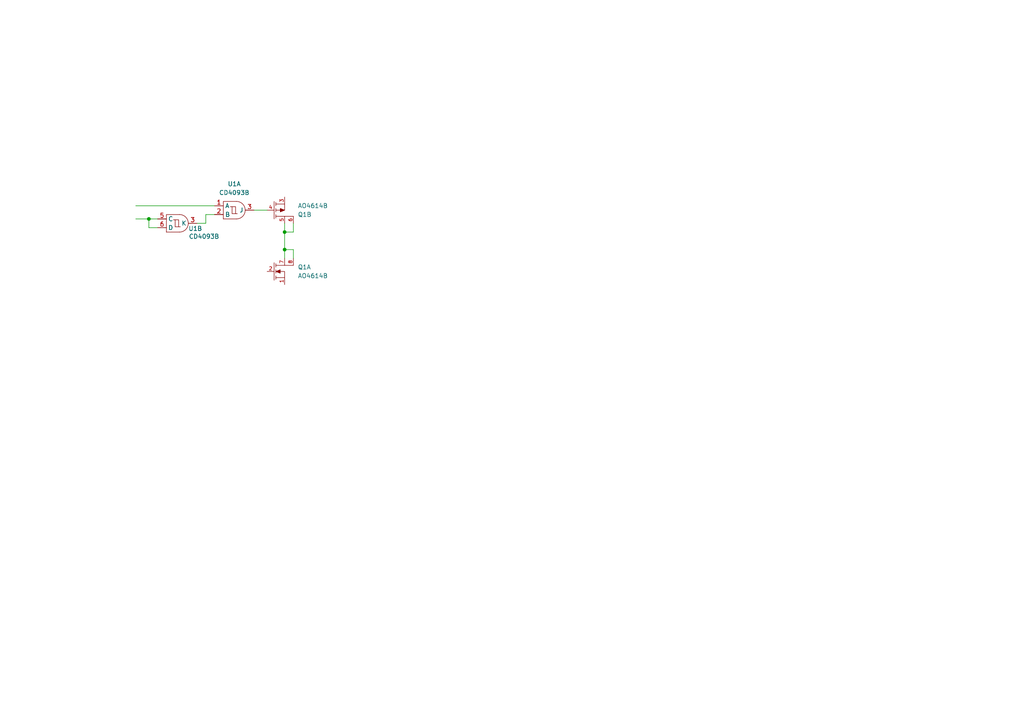
<source format=kicad_sch>
(kicad_sch (version 20231120) (generator "eeschema") (generator_version "8.0")
  (paper "A4")
  (lib_symbols
    (symbol "Logic_Gate:CD4093B" (in_bom no) (on_board no)
      (property "Reference" "U" (at 5.08 -1.778 0))
      (property "Value" "CD4093B" (at 8.636 -3.81 0))
      (symbol "CD4093B_1_1"
        (polyline (pts (xy -2.54 -2.54) (xy 1.27 -2.54)))
        (polyline (pts (xy -2.54 -2.54) (xy -2.54 2.54) (xy 1.27 2.54)))
        (polyline (pts (xy 0 1.016) (xy 0 -1.016) (xy 1.016 -1.016)))
        (polyline (pts (xy -0.508 1.016) (xy 1.016 1.016) (xy 1.016 -1.016) (xy 1.524 -1.016)))
        (arc (start 1.27 -2.54) (mid 3.0661 -1.7961) (end 3.81 0))
        (arc (start 3.81 0) (mid 3.0661 1.7961) (end 1.27 2.54))
        (pin input line (at -5.08 1.27 0) (length 2.54) (name "A") (number "1"))
        (pin input line (at -5.08 -1.27 0) (length 2.54) (name "B") (number "2"))
        (pin output line (at 6.35 0 180) (length 2.54) (name "J") (number "3"))
      )
      (symbol "CD4093B_2_1"
        (polyline (pts (xy -2.54 -2.54) (xy 1.27 -2.54)))
        (polyline (pts (xy -2.54 -2.54) (xy -2.54 2.54) (xy 1.27 2.54)))
        (polyline (pts (xy 0 1.016) (xy 0 -1.016) (xy 1.016 -1.016)))
        (polyline (pts (xy -0.508 1.016) (xy 1.016 1.016) (xy 1.016 -1.016) (xy 1.524 -1.016)))
        (arc (start 1.27 -2.54) (mid 3.0661 -1.7961) (end 3.81 0))
        (arc (start 3.81 0) (mid 3.0661 1.7961) (end 1.27 2.54))
        (pin output line (at 6.35 0 180) (length 2.54) (name "K") (number "3"))
        (pin input line (at -5.08 1.27 0) (length 2.54) (name "C") (number "5"))
        (pin input line (at -5.08 -1.27 0) (length 2.54) (name "D") (number "6"))
      )
      (symbol "CD4093B_3_1"
        (polyline (pts (xy -2.54 -2.54) (xy 1.27 -2.54)))
        (polyline (pts (xy -2.54 -2.54) (xy -2.54 2.54) (xy 1.27 2.54)))
        (polyline (pts (xy 0 1.016) (xy 0 -1.016) (xy 1.016 -1.016)))
        (polyline (pts (xy -0.508 1.016) (xy 1.016 1.016) (xy 1.016 -1.016) (xy 1.524 -1.016)))
        (arc (start 1.27 -2.54) (mid 3.0661 -1.7961) (end 3.81 0))
        (arc (start 3.81 0) (mid 3.0661 1.7961) (end 1.27 2.54))
        (pin output line (at 6.35 0 180) (length 2.54) (name "M") (number "11"))
        (pin input line (at -5.08 1.27 0) (length 2.54) (name "G") (number "12"))
        (pin input line (at -5.08 -1.27 0) (length 2.54) (name "H") (number "13"))
      )
      (symbol "CD4093B_4_1"
        (polyline (pts (xy -2.54 -2.54) (xy 1.27 -2.54)))
        (polyline (pts (xy -2.54 -2.54) (xy -2.54 2.54) (xy 1.27 2.54)))
        (polyline (pts (xy 0 1.016) (xy 0 -1.016) (xy 1.016 -1.016)))
        (polyline (pts (xy -0.508 1.016) (xy 1.016 1.016) (xy 1.016 -1.016) (xy 1.524 -1.016)))
        (arc (start 1.27 -2.54) (mid 3.0661 -1.7961) (end 3.81 0))
        (arc (start 3.81 0) (mid 3.0661 1.7961) (end 1.27 2.54))
        (pin input line (at -5.08 1.27 0) (length 2.54) (name "A") (number "1"))
        (pin input line (at -5.08 -1.27 0) (length 2.54) (name "B") (number "2"))
        (pin output line (at 6.35 0 180) (length 2.54) (name "J") (number "3"))
      )
      (symbol "CD4093B_5_1"
        (polyline (pts (xy -2.54 -2.54) (xy 1.27 -2.54)))
        (polyline (pts (xy -2.54 -2.54) (xy -2.54 2.54) (xy 1.27 2.54)))
        (arc (start 1.27 -2.54) (mid 3.0661 -1.7961) (end 3.81 0))
        (arc (start 3.81 0) (mid 3.0661 1.7961) (end 1.27 2.54))
        (pin power_in line (at 0 5.08 270) (length 2.54) (name "VDD") (number "14"))
        (pin power_in line (at 0 -5.08 90) (length 2.54) (name "VSS") (number "7"))
      )
    )
    (symbol "Mosfet:AO4614B" (pin_names hide)
      (property "Reference" "Q" (at 2.794 -0.254 0))
      (property "Value" "AO4614B" (at 6.604 -2.032 0))
      (symbol "AO4614B_0_1"
        (polyline (pts (xy -1.778 2.54) (xy -1.778 -2.54) (xy -1.778 -2.54)) (fill (type outline)))
        (polyline (pts (xy -1.27 -2.286) (xy -1.27 -1.27) (xy -1.27 -1.27)) (fill (type outline)))
        (polyline (pts (xy -1.27 -0.508) (xy -1.27 0.508) (xy -1.27 0.508)) (fill (type outline)))
        (polyline (pts (xy -1.27 1.27) (xy -1.27 2.286) (xy -1.27 2.286)) (fill (type outline)))
        (polyline (pts (xy -1.27 1.778) (xy 1.27 1.778) (xy 1.27 1.778)))
        (polyline (pts (xy -1.27 -1.778) (xy 1.27 -1.778) (xy 1.27 0) (xy -1.27 0) (xy 0 0)))
      )
      (symbol "AO4614B_1_1"
        (polyline (pts (xy 1.27 1.778) (xy 3.81 1.778)))
        (polyline (pts (xy 0 0) (xy 0 0.508) (xy -1.27 0) (xy 0 -0.508) (xy 0 0)) (fill (type outline)))
        (pin passive line (at 1.27 -3.81 90) (length 2.032) (name "S") (number "1"))
        (pin input line (at -3.81 0 0) (length 2.032) (name "G") (number "2"))
        (pin passive line (at 1.27 3.81 270) (length 2.032) (name "D") (number "7"))
        (pin passive line (at 3.81 3.81 270) (length 2.032) (name "D") (number "8"))
      )
      (symbol "AO4614B_2_1"
        (polyline (pts (xy 1.27 1.778) (xy 3.81 1.778)))
        (polyline (pts (xy 0 0) (xy 0 -0.508) (xy 1.27 0) (xy 0 0.508) (xy 0 0)) (fill (type outline)))
        (pin passive line (at 1.27 -3.81 90) (length 2.032) (name "S") (number "3"))
        (pin input line (at -3.81 0 0) (length 2.032) (name "G") (number "4"))
        (pin passive line (at 1.27 3.81 270) (length 2.032) (name "D") (number "5"))
        (pin passive line (at 3.81 3.81 270) (length 2.032) (name "D") (number "6"))
      )
    )
  )
  (junction (at 82.55 72.39))
  (junction (at 43.18 63.5))
  (junction (at 82.55 67.31))
  (wire (pts (xy 57.15 64.77) (xy 59.69 64.77)))
  (wire (pts (xy 43.18 66.04) (xy 45.72 66.04)))
  (wire (pts (xy 39.37 59.69) (xy 62.23 59.69)))
  (wire (pts (xy 82.55 72.39) (xy 82.55 74.93)))
  (wire (pts (xy 59.69 62.23) (xy 62.23 62.23)))
  (wire (pts (xy 82.55 64.77) (xy 82.55 67.31)))
  (wire (pts (xy 43.18 63.5) (xy 43.18 66.04)))
  (wire (pts (xy 82.55 67.31) (xy 82.55 72.39)))
  (wire (pts (xy 85.09 67.31) (xy 82.55 67.31)))
  (wire (pts (xy 59.69 64.77) (xy 59.69 62.23)))
  (wire (pts (xy 73.66 60.96) (xy 77.47 60.96)))
  (wire (pts (xy 45.72 63.5) (xy 43.18 63.5)))
  (wire (pts (xy 85.09 64.77) (xy 85.09 67.31)))
  (wire (pts (xy 85.09 74.93) (xy 85.09 72.39)))
  (wire (pts (xy 39.37 63.5) (xy 43.18 63.5)))
  (wire (pts (xy 85.09 72.39) (xy 82.55 72.39)))
  (symbol (lib_id "Logic_Gate:CD4093B") (at 50.8 64.77 0) (unit 2) (in_bom no) (on_board no)
    (property "Reference" "U1" (at 56.642 66.294 0))
    (property "Value" "CD4093B" (at 59.182 68.58 0))
    (property "Datasheet" "https://www.ti.com/lit/gpn/CD4093B" (effects (hide yes)))
    (property "Description" "20V Vdd, CMOS, Quad 2-input NAND Schmitt Triggers, SOP-14/DIP-14" (effects (hide yes)))
  )
  (symbol (lib_id "Mosfet:AO4614B") (at 81.28 78.74 0) (unit 1)
    (property "Reference" "Q1" (at 86.36 77.4699 0) (effects (justify left)))
    (property "Value" "AO4614B" (at 86.36 80.0099 0) (effects (justify left)))
    (property "Datasheet" "https://www.aosmd.com/sites/default/files/res/datasheets/AO4614B.pdf" (effects (hide yes)))
    (property "Description" "Complementary Enhancement, 40V Dual P+N-Channel MOSFET, SOIC-8" (effects (hide yes)))
  )
  (symbol (lib_id "Mosfet:AO4614B") (at 81.28 60.96 0) (mirror x) (unit 2)
    (property "Reference" "Q1" (at 86.36 62.2301 0) (effects (justify left)))
    (property "Value" "AO4614B" (at 86.36 59.6901 0) (effects (justify left)))
    (property "Datasheet" "https://www.aosmd.com/sites/default/files/res/datasheets/AO4614B.pdf" (effects (hide yes)))
    (property "Description" "Complementary Enhancement, 40V Dual P+N-Channel MOSFET, SOIC-8" (effects (hide yes)))
  )
  (symbol (lib_id "Logic_Gate:CD4093B") (at 67.31 60.96 0) (unit 1) (in_bom no) (on_board no)
    (property "Reference" "U1" (at 67.945 53.34 0))
    (property "Value" "CD4093B" (at 67.945 55.88 0))
    (property "Datasheet" "https://www.ti.com/lit/gpn/CD4093B" (effects (hide yes)))
    (property "Description" "20V Vdd, CMOS, Quad 2-input NAND Schmitt Triggers, SOP-14/DIP-14" (effects (hide yes)))
  )
)
</source>
